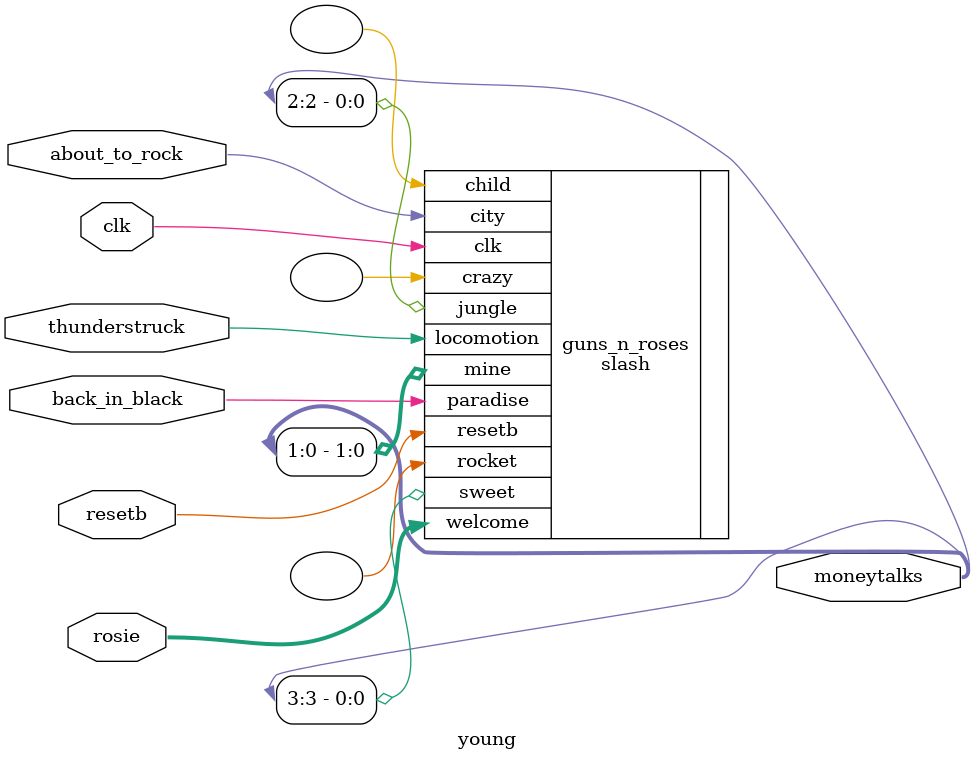
<source format=v>

module young
  (
   input wire clk,
   input wire resetb,
   input wire [1:0] rosie,
   input wire back_in_black,
   input wire about_to_rock,
   input wire thunderstruck,
   output reg [3:0] moneytalks
   );

   wire   this_wwire;
   reg [3:0] that_reg;
   
   
   slash guns_n_roses (/*AUTOINST*/
		       // Outputs
		       .sweet		(moneytalks[3]),
		       .jungle		(moneytalks[2]),
		       .rocket		(),
		       .child		(),
		       .mine		(moneytalks[1:0]),
		       .crazy		(),
		       // Inputs
		       .clk		(clk),
		       .resetb		(resetb),
		       .paradise	(back_in_black),
		       .city		(about_to_rock),
		       .locomotion	(thunderstruck),
		       .welcome		(rosie));

   
endmodule 

</source>
